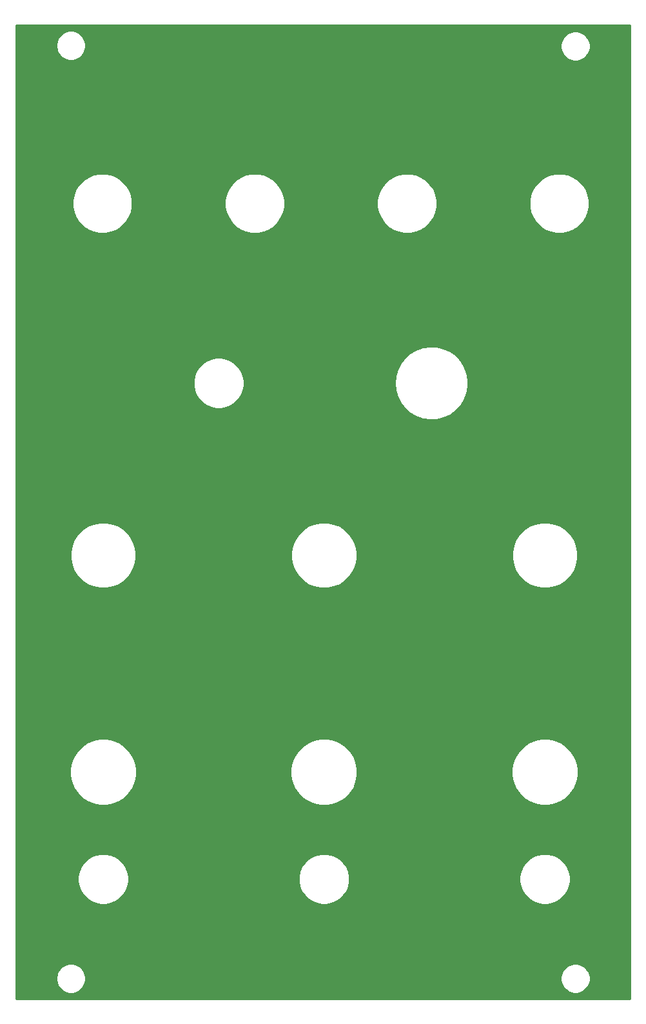
<source format=gbl>
%TF.GenerationSoftware,KiCad,Pcbnew,(5.1.12)-1*%
%TF.CreationDate,2021-11-26T16:38:54-08:00*%
%TF.ProjectId,ADSR Front Pannel,41445352-2046-4726-9f6e-742050616e6e,rev?*%
%TF.SameCoordinates,Original*%
%TF.FileFunction,Copper,L2,Bot*%
%TF.FilePolarity,Positive*%
%FSLAX46Y46*%
G04 Gerber Fmt 4.6, Leading zero omitted, Abs format (unit mm)*
G04 Created by KiCad (PCBNEW (5.1.12)-1) date 2021-11-26 16:38:54*
%MOMM*%
%LPD*%
G01*
G04 APERTURE LIST*
%TA.AperFunction,NonConductor*%
%ADD10C,0.254000*%
%TD*%
%TA.AperFunction,NonConductor*%
%ADD11C,0.100000*%
%TD*%
G04 APERTURE END LIST*
D10*
X112428001Y-152948000D02*
X31852000Y-152948000D01*
X31852000Y-150106710D01*
X37037496Y-150106710D01*
X37037496Y-150493290D01*
X37112914Y-150872441D01*
X37260851Y-151229594D01*
X37475623Y-151551024D01*
X37748976Y-151824377D01*
X38070406Y-152039149D01*
X38427559Y-152187086D01*
X38806710Y-152262504D01*
X39193290Y-152262504D01*
X39572441Y-152187086D01*
X39929594Y-152039149D01*
X40251024Y-151824377D01*
X40524377Y-151551024D01*
X40739149Y-151229594D01*
X40887086Y-150872441D01*
X40962504Y-150493290D01*
X40962504Y-150106710D01*
X103297496Y-150106710D01*
X103297496Y-150493290D01*
X103372914Y-150872441D01*
X103520851Y-151229594D01*
X103735623Y-151551024D01*
X104008976Y-151824377D01*
X104330406Y-152039149D01*
X104687559Y-152187086D01*
X105066710Y-152262504D01*
X105453290Y-152262504D01*
X105832441Y-152187086D01*
X106189594Y-152039149D01*
X106511024Y-151824377D01*
X106784377Y-151551024D01*
X106999149Y-151229594D01*
X107147086Y-150872441D01*
X107222504Y-150493290D01*
X107222504Y-150106710D01*
X107147086Y-149727559D01*
X106999149Y-149370406D01*
X106784377Y-149048976D01*
X106511024Y-148775623D01*
X106189594Y-148560851D01*
X105832441Y-148412914D01*
X105453290Y-148337496D01*
X105066710Y-148337496D01*
X104687559Y-148412914D01*
X104330406Y-148560851D01*
X104008976Y-148775623D01*
X103735623Y-149048976D01*
X103520851Y-149370406D01*
X103372914Y-149727559D01*
X103297496Y-150106710D01*
X40962504Y-150106710D01*
X40887086Y-149727559D01*
X40739149Y-149370406D01*
X40524377Y-149048976D01*
X40251024Y-148775623D01*
X39929594Y-148560851D01*
X39572441Y-148412914D01*
X39193290Y-148337496D01*
X38806710Y-148337496D01*
X38427559Y-148412914D01*
X38070406Y-148560851D01*
X37748976Y-148775623D01*
X37475623Y-149048976D01*
X37260851Y-149370406D01*
X37112914Y-149727559D01*
X37037496Y-150106710D01*
X31852000Y-150106710D01*
X31852000Y-136911486D01*
X39888237Y-136911486D01*
X39888237Y-137572514D01*
X40017197Y-138220840D01*
X40270161Y-138831550D01*
X40637409Y-139381174D01*
X41104826Y-139848591D01*
X41654450Y-140215839D01*
X42265160Y-140468803D01*
X42913486Y-140597763D01*
X43574514Y-140597763D01*
X44222840Y-140468803D01*
X44833550Y-140215839D01*
X45383174Y-139848591D01*
X45850591Y-139381174D01*
X46217839Y-138831550D01*
X46470803Y-138220840D01*
X46599763Y-137572514D01*
X46599763Y-136911486D01*
X68888237Y-136911486D01*
X68888237Y-137572514D01*
X69017197Y-138220840D01*
X69270161Y-138831550D01*
X69637409Y-139381174D01*
X70104826Y-139848591D01*
X70654450Y-140215839D01*
X71265160Y-140468803D01*
X71913486Y-140597763D01*
X72574514Y-140597763D01*
X73222840Y-140468803D01*
X73833550Y-140215839D01*
X74383174Y-139848591D01*
X74850591Y-139381174D01*
X75217839Y-138831550D01*
X75470803Y-138220840D01*
X75599763Y-137572514D01*
X75599763Y-136911486D01*
X97888237Y-136911486D01*
X97888237Y-137572514D01*
X98017197Y-138220840D01*
X98270161Y-138831550D01*
X98637409Y-139381174D01*
X99104826Y-139848591D01*
X99654450Y-140215839D01*
X100265160Y-140468803D01*
X100913486Y-140597763D01*
X101574514Y-140597763D01*
X102222840Y-140468803D01*
X102833550Y-140215839D01*
X103383174Y-139848591D01*
X103850591Y-139381174D01*
X104217839Y-138831550D01*
X104470803Y-138220840D01*
X104599763Y-137572514D01*
X104599763Y-136911486D01*
X104470803Y-136263160D01*
X104217839Y-135652450D01*
X103850591Y-135102826D01*
X103383174Y-134635409D01*
X102833550Y-134268161D01*
X102222840Y-134015197D01*
X101574514Y-133886237D01*
X100913486Y-133886237D01*
X100265160Y-134015197D01*
X99654450Y-134268161D01*
X99104826Y-134635409D01*
X98637409Y-135102826D01*
X98270161Y-135652450D01*
X98017197Y-136263160D01*
X97888237Y-136911486D01*
X75599763Y-136911486D01*
X75470803Y-136263160D01*
X75217839Y-135652450D01*
X74850591Y-135102826D01*
X74383174Y-134635409D01*
X73833550Y-134268161D01*
X73222840Y-134015197D01*
X72574514Y-133886237D01*
X71913486Y-133886237D01*
X71265160Y-134015197D01*
X70654450Y-134268161D01*
X70104826Y-134635409D01*
X69637409Y-135102826D01*
X69270161Y-135652450D01*
X69017197Y-136263160D01*
X68888237Y-136911486D01*
X46599763Y-136911486D01*
X46470803Y-136263160D01*
X46217839Y-135652450D01*
X45850591Y-135102826D01*
X45383174Y-134635409D01*
X44833550Y-134268161D01*
X44222840Y-134015197D01*
X43574514Y-133886237D01*
X42913486Y-133886237D01*
X42265160Y-134015197D01*
X41654450Y-134268161D01*
X41104826Y-134635409D01*
X40637409Y-135102826D01*
X40270161Y-135652450D01*
X40017197Y-136263160D01*
X39888237Y-136911486D01*
X31852000Y-136911486D01*
X31852000Y-122762368D01*
X38843293Y-122762368D01*
X38843293Y-123629232D01*
X39012410Y-124479439D01*
X39344144Y-125280316D01*
X39825748Y-126001087D01*
X40438713Y-126614052D01*
X41159484Y-127095656D01*
X41960361Y-127427390D01*
X42810568Y-127596507D01*
X43677432Y-127596507D01*
X44527639Y-127427390D01*
X45328516Y-127095656D01*
X46049287Y-126614052D01*
X46662252Y-126001087D01*
X47143856Y-125280316D01*
X47475590Y-124479439D01*
X47644707Y-123629232D01*
X47644707Y-122762368D01*
X67843293Y-122762368D01*
X67843293Y-123629232D01*
X68012410Y-124479439D01*
X68344144Y-125280316D01*
X68825748Y-126001087D01*
X69438713Y-126614052D01*
X70159484Y-127095656D01*
X70960361Y-127427390D01*
X71810568Y-127596507D01*
X72677432Y-127596507D01*
X73527639Y-127427390D01*
X74328516Y-127095656D01*
X75049287Y-126614052D01*
X75662252Y-126001087D01*
X76143856Y-125280316D01*
X76475590Y-124479439D01*
X76644707Y-123629232D01*
X76644707Y-122762368D01*
X96843293Y-122762368D01*
X96843293Y-123629232D01*
X97012410Y-124479439D01*
X97344144Y-125280316D01*
X97825748Y-126001087D01*
X98438713Y-126614052D01*
X99159484Y-127095656D01*
X99960361Y-127427390D01*
X100810568Y-127596507D01*
X101677432Y-127596507D01*
X102527639Y-127427390D01*
X103328516Y-127095656D01*
X104049287Y-126614052D01*
X104662252Y-126001087D01*
X105143856Y-125280316D01*
X105475590Y-124479439D01*
X105644707Y-123629232D01*
X105644707Y-122762368D01*
X105475590Y-121912161D01*
X105143856Y-121111284D01*
X104662252Y-120390513D01*
X104049287Y-119777548D01*
X103328516Y-119295944D01*
X102527639Y-118964210D01*
X101677432Y-118795093D01*
X100810568Y-118795093D01*
X99960361Y-118964210D01*
X99159484Y-119295944D01*
X98438713Y-119777548D01*
X97825748Y-120390513D01*
X97344144Y-121111284D01*
X97012410Y-121912161D01*
X96843293Y-122762368D01*
X76644707Y-122762368D01*
X76475590Y-121912161D01*
X76143856Y-121111284D01*
X75662252Y-120390513D01*
X75049287Y-119777548D01*
X74328516Y-119295944D01*
X73527639Y-118964210D01*
X72677432Y-118795093D01*
X71810568Y-118795093D01*
X70960361Y-118964210D01*
X70159484Y-119295944D01*
X69438713Y-119777548D01*
X68825748Y-120390513D01*
X68344144Y-121111284D01*
X68012410Y-121912161D01*
X67843293Y-122762368D01*
X47644707Y-122762368D01*
X47475590Y-121912161D01*
X47143856Y-121111284D01*
X46662252Y-120390513D01*
X46049287Y-119777548D01*
X45328516Y-119295944D01*
X44527639Y-118964210D01*
X43677432Y-118795093D01*
X42810568Y-118795093D01*
X41960361Y-118964210D01*
X41159484Y-119295944D01*
X40438713Y-119777548D01*
X39825748Y-120390513D01*
X39344144Y-121111284D01*
X39012410Y-121912161D01*
X38843293Y-122762368D01*
X31852000Y-122762368D01*
X31852000Y-94293869D01*
X38893052Y-94293869D01*
X38893052Y-95150931D01*
X39060257Y-95991525D01*
X39388240Y-96783347D01*
X39864398Y-97495967D01*
X40470433Y-98102002D01*
X41183053Y-98578160D01*
X41974875Y-98906143D01*
X42815469Y-99073348D01*
X43672531Y-99073348D01*
X44513125Y-98906143D01*
X45304947Y-98578160D01*
X46017567Y-98102002D01*
X46623602Y-97495967D01*
X47099760Y-96783347D01*
X47427743Y-95991525D01*
X47594948Y-95150931D01*
X47594948Y-94293869D01*
X67893052Y-94293869D01*
X67893052Y-95150931D01*
X68060257Y-95991525D01*
X68388240Y-96783347D01*
X68864398Y-97495967D01*
X69470433Y-98102002D01*
X70183053Y-98578160D01*
X70974875Y-98906143D01*
X71815469Y-99073348D01*
X72672531Y-99073348D01*
X73513125Y-98906143D01*
X74304947Y-98578160D01*
X75017567Y-98102002D01*
X75623602Y-97495967D01*
X76099760Y-96783347D01*
X76427743Y-95991525D01*
X76594948Y-95150931D01*
X76594948Y-94293869D01*
X96893052Y-94293869D01*
X96893052Y-95150931D01*
X97060257Y-95991525D01*
X97388240Y-96783347D01*
X97864398Y-97495967D01*
X98470433Y-98102002D01*
X99183053Y-98578160D01*
X99974875Y-98906143D01*
X100815469Y-99073348D01*
X101672531Y-99073348D01*
X102513125Y-98906143D01*
X103304947Y-98578160D01*
X104017567Y-98102002D01*
X104623602Y-97495967D01*
X105099760Y-96783347D01*
X105427743Y-95991525D01*
X105594948Y-95150931D01*
X105594948Y-94293869D01*
X105427743Y-93453275D01*
X105099760Y-92661453D01*
X104623602Y-91948833D01*
X104017567Y-91342798D01*
X103304947Y-90866640D01*
X102513125Y-90538657D01*
X101672531Y-90371452D01*
X100815469Y-90371452D01*
X99974875Y-90538657D01*
X99183053Y-90866640D01*
X98470433Y-91342798D01*
X97864398Y-91948833D01*
X97388240Y-92661453D01*
X97060257Y-93453275D01*
X96893052Y-94293869D01*
X76594948Y-94293869D01*
X76427743Y-93453275D01*
X76099760Y-92661453D01*
X75623602Y-91948833D01*
X75017567Y-91342798D01*
X74304947Y-90866640D01*
X73513125Y-90538657D01*
X72672531Y-90371452D01*
X71815469Y-90371452D01*
X70974875Y-90538657D01*
X70183053Y-90866640D01*
X69470433Y-91342798D01*
X68864398Y-91948833D01*
X68388240Y-92661453D01*
X68060257Y-93453275D01*
X67893052Y-94293869D01*
X47594948Y-94293869D01*
X47427743Y-93453275D01*
X47099760Y-92661453D01*
X46623602Y-91948833D01*
X46017567Y-91342798D01*
X45304947Y-90866640D01*
X44513125Y-90538657D01*
X43672531Y-90371452D01*
X42815469Y-90371452D01*
X41974875Y-90538657D01*
X41183053Y-90866640D01*
X40470433Y-91342798D01*
X39864398Y-91948833D01*
X39388240Y-92661453D01*
X39060257Y-93453275D01*
X38893052Y-94293869D01*
X31852000Y-94293869D01*
X31852000Y-71785886D01*
X55064237Y-71785886D01*
X55064237Y-72446914D01*
X55193197Y-73095240D01*
X55446161Y-73705950D01*
X55813409Y-74255574D01*
X56280826Y-74722991D01*
X56830450Y-75090239D01*
X57441160Y-75343203D01*
X58089486Y-75472163D01*
X58750514Y-75472163D01*
X59398840Y-75343203D01*
X60009550Y-75090239D01*
X60559174Y-74722991D01*
X61026591Y-74255574D01*
X61393839Y-73705950D01*
X61646803Y-73095240D01*
X61775763Y-72446914D01*
X61775763Y-72116400D01*
X81488000Y-72116400D01*
X81576043Y-73038432D01*
X81836991Y-73927139D01*
X82261413Y-74750402D01*
X82833968Y-75478465D01*
X83533963Y-76085014D01*
X84336098Y-76548127D01*
X85211382Y-76851066D01*
X86128181Y-76982882D01*
X87053358Y-76938810D01*
X87953475Y-76720444D01*
X88796000Y-76335676D01*
X89550481Y-75798412D01*
X90189651Y-75128071D01*
X90690406Y-74348880D01*
X91034650Y-73489001D01*
X91209939Y-72579513D01*
X91209939Y-71653287D01*
X91034650Y-70743799D01*
X90690406Y-69883920D01*
X90189651Y-69104729D01*
X89550481Y-68434388D01*
X88796000Y-67897124D01*
X87953475Y-67512356D01*
X87053358Y-67293990D01*
X86128181Y-67249918D01*
X85211382Y-67381734D01*
X84336098Y-67684673D01*
X83533963Y-68147786D01*
X82833968Y-68754335D01*
X82261413Y-69482398D01*
X81836991Y-70305661D01*
X81576043Y-71194368D01*
X81488000Y-72116400D01*
X61775763Y-72116400D01*
X61775763Y-71785886D01*
X61646803Y-71137560D01*
X61393839Y-70526850D01*
X61026591Y-69977226D01*
X60559174Y-69509809D01*
X60009550Y-69142561D01*
X59398840Y-68889597D01*
X58750514Y-68760637D01*
X58089486Y-68760637D01*
X57441160Y-68889597D01*
X56830450Y-69142561D01*
X56280826Y-69509809D01*
X55813409Y-69977226D01*
X55446161Y-70526850D01*
X55193197Y-71137560D01*
X55064237Y-71785886D01*
X31852000Y-71785886D01*
X31852000Y-48130676D01*
X39187126Y-48130676D01*
X39187126Y-48909324D01*
X39339033Y-49673011D01*
X39637009Y-50392388D01*
X40069602Y-51039810D01*
X40620190Y-51590398D01*
X41267612Y-52022991D01*
X41986989Y-52320967D01*
X42750676Y-52472874D01*
X43529324Y-52472874D01*
X44293011Y-52320967D01*
X45012388Y-52022991D01*
X45659810Y-51590398D01*
X46210398Y-51039810D01*
X46642991Y-50392388D01*
X46940967Y-49673011D01*
X47092874Y-48909324D01*
X47092874Y-48130676D01*
X59187126Y-48130676D01*
X59187126Y-48909324D01*
X59339033Y-49673011D01*
X59637009Y-50392388D01*
X60069602Y-51039810D01*
X60620190Y-51590398D01*
X61267612Y-52022991D01*
X61986989Y-52320967D01*
X62750676Y-52472874D01*
X63529324Y-52472874D01*
X64293011Y-52320967D01*
X65012388Y-52022991D01*
X65659810Y-51590398D01*
X66210398Y-51039810D01*
X66642991Y-50392388D01*
X66940967Y-49673011D01*
X67092874Y-48909324D01*
X67092874Y-48130676D01*
X79187126Y-48130676D01*
X79187126Y-48909324D01*
X79339033Y-49673011D01*
X79637009Y-50392388D01*
X80069602Y-51039810D01*
X80620190Y-51590398D01*
X81267612Y-52022991D01*
X81986989Y-52320967D01*
X82750676Y-52472874D01*
X83529324Y-52472874D01*
X84293011Y-52320967D01*
X85012388Y-52022991D01*
X85659810Y-51590398D01*
X86210398Y-51039810D01*
X86642991Y-50392388D01*
X86940967Y-49673011D01*
X87092874Y-48909324D01*
X87092874Y-48130676D01*
X99187126Y-48130676D01*
X99187126Y-48909324D01*
X99339033Y-49673011D01*
X99637009Y-50392388D01*
X100069602Y-51039810D01*
X100620190Y-51590398D01*
X101267612Y-52022991D01*
X101986989Y-52320967D01*
X102750676Y-52472874D01*
X103529324Y-52472874D01*
X104293011Y-52320967D01*
X105012388Y-52022991D01*
X105659810Y-51590398D01*
X106210398Y-51039810D01*
X106642991Y-50392388D01*
X106940967Y-49673011D01*
X107092874Y-48909324D01*
X107092874Y-48130676D01*
X106940967Y-47366989D01*
X106642991Y-46647612D01*
X106210398Y-46000190D01*
X105659810Y-45449602D01*
X105012388Y-45017009D01*
X104293011Y-44719033D01*
X103529324Y-44567126D01*
X102750676Y-44567126D01*
X101986989Y-44719033D01*
X101267612Y-45017009D01*
X100620190Y-45449602D01*
X100069602Y-46000190D01*
X99637009Y-46647612D01*
X99339033Y-47366989D01*
X99187126Y-48130676D01*
X87092874Y-48130676D01*
X86940967Y-47366989D01*
X86642991Y-46647612D01*
X86210398Y-46000190D01*
X85659810Y-45449602D01*
X85012388Y-45017009D01*
X84293011Y-44719033D01*
X83529324Y-44567126D01*
X82750676Y-44567126D01*
X81986989Y-44719033D01*
X81267612Y-45017009D01*
X80620190Y-45449602D01*
X80069602Y-46000190D01*
X79637009Y-46647612D01*
X79339033Y-47366989D01*
X79187126Y-48130676D01*
X67092874Y-48130676D01*
X66940967Y-47366989D01*
X66642991Y-46647612D01*
X66210398Y-46000190D01*
X65659810Y-45449602D01*
X65012388Y-45017009D01*
X64293011Y-44719033D01*
X63529324Y-44567126D01*
X62750676Y-44567126D01*
X61986989Y-44719033D01*
X61267612Y-45017009D01*
X60620190Y-45449602D01*
X60069602Y-46000190D01*
X59637009Y-46647612D01*
X59339033Y-47366989D01*
X59187126Y-48130676D01*
X47092874Y-48130676D01*
X46940967Y-47366989D01*
X46642991Y-46647612D01*
X46210398Y-46000190D01*
X45659810Y-45449602D01*
X45012388Y-45017009D01*
X44293011Y-44719033D01*
X43529324Y-44567126D01*
X42750676Y-44567126D01*
X41986989Y-44719033D01*
X41267612Y-45017009D01*
X40620190Y-45449602D01*
X40069602Y-46000190D01*
X39637009Y-46647612D01*
X39339033Y-47366989D01*
X39187126Y-48130676D01*
X31852000Y-48130676D01*
X31852000Y-27606710D01*
X37037496Y-27606710D01*
X37037496Y-27993290D01*
X37112914Y-28372441D01*
X37260851Y-28729594D01*
X37475623Y-29051024D01*
X37748976Y-29324377D01*
X38070406Y-29539149D01*
X38427559Y-29687086D01*
X38806710Y-29762504D01*
X39193290Y-29762504D01*
X39572441Y-29687086D01*
X39929594Y-29539149D01*
X40251024Y-29324377D01*
X40524377Y-29051024D01*
X40739149Y-28729594D01*
X40887086Y-28372441D01*
X40962504Y-27993290D01*
X40962504Y-27686710D01*
X103297496Y-27686710D01*
X103297496Y-28073290D01*
X103372914Y-28452441D01*
X103520851Y-28809594D01*
X103735623Y-29131024D01*
X104008976Y-29404377D01*
X104330406Y-29619149D01*
X104687559Y-29767086D01*
X105066710Y-29842504D01*
X105453290Y-29842504D01*
X105832441Y-29767086D01*
X106189594Y-29619149D01*
X106511024Y-29404377D01*
X106784377Y-29131024D01*
X106999149Y-28809594D01*
X107147086Y-28452441D01*
X107222504Y-28073290D01*
X107222504Y-27686710D01*
X107147086Y-27307559D01*
X106999149Y-26950406D01*
X106784377Y-26628976D01*
X106511024Y-26355623D01*
X106189594Y-26140851D01*
X105832441Y-25992914D01*
X105453290Y-25917496D01*
X105066710Y-25917496D01*
X104687559Y-25992914D01*
X104330406Y-26140851D01*
X104008976Y-26355623D01*
X103735623Y-26628976D01*
X103520851Y-26950406D01*
X103372914Y-27307559D01*
X103297496Y-27686710D01*
X40962504Y-27686710D01*
X40962504Y-27606710D01*
X40887086Y-27227559D01*
X40739149Y-26870406D01*
X40524377Y-26548976D01*
X40251024Y-26275623D01*
X39929594Y-26060851D01*
X39572441Y-25912914D01*
X39193290Y-25837496D01*
X38806710Y-25837496D01*
X38427559Y-25912914D01*
X38070406Y-26060851D01*
X37748976Y-26275623D01*
X37475623Y-26548976D01*
X37260851Y-26870406D01*
X37112914Y-27227559D01*
X37037496Y-27606710D01*
X31852000Y-27606710D01*
X31852000Y-25152000D01*
X112428000Y-25152000D01*
X112428001Y-152948000D01*
%TA.AperFunction,NonConductor*%
D11*
G36*
X112428001Y-152948000D02*
G01*
X31852000Y-152948000D01*
X31852000Y-150106710D01*
X37037496Y-150106710D01*
X37037496Y-150493290D01*
X37112914Y-150872441D01*
X37260851Y-151229594D01*
X37475623Y-151551024D01*
X37748976Y-151824377D01*
X38070406Y-152039149D01*
X38427559Y-152187086D01*
X38806710Y-152262504D01*
X39193290Y-152262504D01*
X39572441Y-152187086D01*
X39929594Y-152039149D01*
X40251024Y-151824377D01*
X40524377Y-151551024D01*
X40739149Y-151229594D01*
X40887086Y-150872441D01*
X40962504Y-150493290D01*
X40962504Y-150106710D01*
X103297496Y-150106710D01*
X103297496Y-150493290D01*
X103372914Y-150872441D01*
X103520851Y-151229594D01*
X103735623Y-151551024D01*
X104008976Y-151824377D01*
X104330406Y-152039149D01*
X104687559Y-152187086D01*
X105066710Y-152262504D01*
X105453290Y-152262504D01*
X105832441Y-152187086D01*
X106189594Y-152039149D01*
X106511024Y-151824377D01*
X106784377Y-151551024D01*
X106999149Y-151229594D01*
X107147086Y-150872441D01*
X107222504Y-150493290D01*
X107222504Y-150106710D01*
X107147086Y-149727559D01*
X106999149Y-149370406D01*
X106784377Y-149048976D01*
X106511024Y-148775623D01*
X106189594Y-148560851D01*
X105832441Y-148412914D01*
X105453290Y-148337496D01*
X105066710Y-148337496D01*
X104687559Y-148412914D01*
X104330406Y-148560851D01*
X104008976Y-148775623D01*
X103735623Y-149048976D01*
X103520851Y-149370406D01*
X103372914Y-149727559D01*
X103297496Y-150106710D01*
X40962504Y-150106710D01*
X40887086Y-149727559D01*
X40739149Y-149370406D01*
X40524377Y-149048976D01*
X40251024Y-148775623D01*
X39929594Y-148560851D01*
X39572441Y-148412914D01*
X39193290Y-148337496D01*
X38806710Y-148337496D01*
X38427559Y-148412914D01*
X38070406Y-148560851D01*
X37748976Y-148775623D01*
X37475623Y-149048976D01*
X37260851Y-149370406D01*
X37112914Y-149727559D01*
X37037496Y-150106710D01*
X31852000Y-150106710D01*
X31852000Y-136911486D01*
X39888237Y-136911486D01*
X39888237Y-137572514D01*
X40017197Y-138220840D01*
X40270161Y-138831550D01*
X40637409Y-139381174D01*
X41104826Y-139848591D01*
X41654450Y-140215839D01*
X42265160Y-140468803D01*
X42913486Y-140597763D01*
X43574514Y-140597763D01*
X44222840Y-140468803D01*
X44833550Y-140215839D01*
X45383174Y-139848591D01*
X45850591Y-139381174D01*
X46217839Y-138831550D01*
X46470803Y-138220840D01*
X46599763Y-137572514D01*
X46599763Y-136911486D01*
X68888237Y-136911486D01*
X68888237Y-137572514D01*
X69017197Y-138220840D01*
X69270161Y-138831550D01*
X69637409Y-139381174D01*
X70104826Y-139848591D01*
X70654450Y-140215839D01*
X71265160Y-140468803D01*
X71913486Y-140597763D01*
X72574514Y-140597763D01*
X73222840Y-140468803D01*
X73833550Y-140215839D01*
X74383174Y-139848591D01*
X74850591Y-139381174D01*
X75217839Y-138831550D01*
X75470803Y-138220840D01*
X75599763Y-137572514D01*
X75599763Y-136911486D01*
X97888237Y-136911486D01*
X97888237Y-137572514D01*
X98017197Y-138220840D01*
X98270161Y-138831550D01*
X98637409Y-139381174D01*
X99104826Y-139848591D01*
X99654450Y-140215839D01*
X100265160Y-140468803D01*
X100913486Y-140597763D01*
X101574514Y-140597763D01*
X102222840Y-140468803D01*
X102833550Y-140215839D01*
X103383174Y-139848591D01*
X103850591Y-139381174D01*
X104217839Y-138831550D01*
X104470803Y-138220840D01*
X104599763Y-137572514D01*
X104599763Y-136911486D01*
X104470803Y-136263160D01*
X104217839Y-135652450D01*
X103850591Y-135102826D01*
X103383174Y-134635409D01*
X102833550Y-134268161D01*
X102222840Y-134015197D01*
X101574514Y-133886237D01*
X100913486Y-133886237D01*
X100265160Y-134015197D01*
X99654450Y-134268161D01*
X99104826Y-134635409D01*
X98637409Y-135102826D01*
X98270161Y-135652450D01*
X98017197Y-136263160D01*
X97888237Y-136911486D01*
X75599763Y-136911486D01*
X75470803Y-136263160D01*
X75217839Y-135652450D01*
X74850591Y-135102826D01*
X74383174Y-134635409D01*
X73833550Y-134268161D01*
X73222840Y-134015197D01*
X72574514Y-133886237D01*
X71913486Y-133886237D01*
X71265160Y-134015197D01*
X70654450Y-134268161D01*
X70104826Y-134635409D01*
X69637409Y-135102826D01*
X69270161Y-135652450D01*
X69017197Y-136263160D01*
X68888237Y-136911486D01*
X46599763Y-136911486D01*
X46470803Y-136263160D01*
X46217839Y-135652450D01*
X45850591Y-135102826D01*
X45383174Y-134635409D01*
X44833550Y-134268161D01*
X44222840Y-134015197D01*
X43574514Y-133886237D01*
X42913486Y-133886237D01*
X42265160Y-134015197D01*
X41654450Y-134268161D01*
X41104826Y-134635409D01*
X40637409Y-135102826D01*
X40270161Y-135652450D01*
X40017197Y-136263160D01*
X39888237Y-136911486D01*
X31852000Y-136911486D01*
X31852000Y-122762368D01*
X38843293Y-122762368D01*
X38843293Y-123629232D01*
X39012410Y-124479439D01*
X39344144Y-125280316D01*
X39825748Y-126001087D01*
X40438713Y-126614052D01*
X41159484Y-127095656D01*
X41960361Y-127427390D01*
X42810568Y-127596507D01*
X43677432Y-127596507D01*
X44527639Y-127427390D01*
X45328516Y-127095656D01*
X46049287Y-126614052D01*
X46662252Y-126001087D01*
X47143856Y-125280316D01*
X47475590Y-124479439D01*
X47644707Y-123629232D01*
X47644707Y-122762368D01*
X67843293Y-122762368D01*
X67843293Y-123629232D01*
X68012410Y-124479439D01*
X68344144Y-125280316D01*
X68825748Y-126001087D01*
X69438713Y-126614052D01*
X70159484Y-127095656D01*
X70960361Y-127427390D01*
X71810568Y-127596507D01*
X72677432Y-127596507D01*
X73527639Y-127427390D01*
X74328516Y-127095656D01*
X75049287Y-126614052D01*
X75662252Y-126001087D01*
X76143856Y-125280316D01*
X76475590Y-124479439D01*
X76644707Y-123629232D01*
X76644707Y-122762368D01*
X96843293Y-122762368D01*
X96843293Y-123629232D01*
X97012410Y-124479439D01*
X97344144Y-125280316D01*
X97825748Y-126001087D01*
X98438713Y-126614052D01*
X99159484Y-127095656D01*
X99960361Y-127427390D01*
X100810568Y-127596507D01*
X101677432Y-127596507D01*
X102527639Y-127427390D01*
X103328516Y-127095656D01*
X104049287Y-126614052D01*
X104662252Y-126001087D01*
X105143856Y-125280316D01*
X105475590Y-124479439D01*
X105644707Y-123629232D01*
X105644707Y-122762368D01*
X105475590Y-121912161D01*
X105143856Y-121111284D01*
X104662252Y-120390513D01*
X104049287Y-119777548D01*
X103328516Y-119295944D01*
X102527639Y-118964210D01*
X101677432Y-118795093D01*
X100810568Y-118795093D01*
X99960361Y-118964210D01*
X99159484Y-119295944D01*
X98438713Y-119777548D01*
X97825748Y-120390513D01*
X97344144Y-121111284D01*
X97012410Y-121912161D01*
X96843293Y-122762368D01*
X76644707Y-122762368D01*
X76475590Y-121912161D01*
X76143856Y-121111284D01*
X75662252Y-120390513D01*
X75049287Y-119777548D01*
X74328516Y-119295944D01*
X73527639Y-118964210D01*
X72677432Y-118795093D01*
X71810568Y-118795093D01*
X70960361Y-118964210D01*
X70159484Y-119295944D01*
X69438713Y-119777548D01*
X68825748Y-120390513D01*
X68344144Y-121111284D01*
X68012410Y-121912161D01*
X67843293Y-122762368D01*
X47644707Y-122762368D01*
X47475590Y-121912161D01*
X47143856Y-121111284D01*
X46662252Y-120390513D01*
X46049287Y-119777548D01*
X45328516Y-119295944D01*
X44527639Y-118964210D01*
X43677432Y-118795093D01*
X42810568Y-118795093D01*
X41960361Y-118964210D01*
X41159484Y-119295944D01*
X40438713Y-119777548D01*
X39825748Y-120390513D01*
X39344144Y-121111284D01*
X39012410Y-121912161D01*
X38843293Y-122762368D01*
X31852000Y-122762368D01*
X31852000Y-94293869D01*
X38893052Y-94293869D01*
X38893052Y-95150931D01*
X39060257Y-95991525D01*
X39388240Y-96783347D01*
X39864398Y-97495967D01*
X40470433Y-98102002D01*
X41183053Y-98578160D01*
X41974875Y-98906143D01*
X42815469Y-99073348D01*
X43672531Y-99073348D01*
X44513125Y-98906143D01*
X45304947Y-98578160D01*
X46017567Y-98102002D01*
X46623602Y-97495967D01*
X47099760Y-96783347D01*
X47427743Y-95991525D01*
X47594948Y-95150931D01*
X47594948Y-94293869D01*
X67893052Y-94293869D01*
X67893052Y-95150931D01*
X68060257Y-95991525D01*
X68388240Y-96783347D01*
X68864398Y-97495967D01*
X69470433Y-98102002D01*
X70183053Y-98578160D01*
X70974875Y-98906143D01*
X71815469Y-99073348D01*
X72672531Y-99073348D01*
X73513125Y-98906143D01*
X74304947Y-98578160D01*
X75017567Y-98102002D01*
X75623602Y-97495967D01*
X76099760Y-96783347D01*
X76427743Y-95991525D01*
X76594948Y-95150931D01*
X76594948Y-94293869D01*
X96893052Y-94293869D01*
X96893052Y-95150931D01*
X97060257Y-95991525D01*
X97388240Y-96783347D01*
X97864398Y-97495967D01*
X98470433Y-98102002D01*
X99183053Y-98578160D01*
X99974875Y-98906143D01*
X100815469Y-99073348D01*
X101672531Y-99073348D01*
X102513125Y-98906143D01*
X103304947Y-98578160D01*
X104017567Y-98102002D01*
X104623602Y-97495967D01*
X105099760Y-96783347D01*
X105427743Y-95991525D01*
X105594948Y-95150931D01*
X105594948Y-94293869D01*
X105427743Y-93453275D01*
X105099760Y-92661453D01*
X104623602Y-91948833D01*
X104017567Y-91342798D01*
X103304947Y-90866640D01*
X102513125Y-90538657D01*
X101672531Y-90371452D01*
X100815469Y-90371452D01*
X99974875Y-90538657D01*
X99183053Y-90866640D01*
X98470433Y-91342798D01*
X97864398Y-91948833D01*
X97388240Y-92661453D01*
X97060257Y-93453275D01*
X96893052Y-94293869D01*
X76594948Y-94293869D01*
X76427743Y-93453275D01*
X76099760Y-92661453D01*
X75623602Y-91948833D01*
X75017567Y-91342798D01*
X74304947Y-90866640D01*
X73513125Y-90538657D01*
X72672531Y-90371452D01*
X71815469Y-90371452D01*
X70974875Y-90538657D01*
X70183053Y-90866640D01*
X69470433Y-91342798D01*
X68864398Y-91948833D01*
X68388240Y-92661453D01*
X68060257Y-93453275D01*
X67893052Y-94293869D01*
X47594948Y-94293869D01*
X47427743Y-93453275D01*
X47099760Y-92661453D01*
X46623602Y-91948833D01*
X46017567Y-91342798D01*
X45304947Y-90866640D01*
X44513125Y-90538657D01*
X43672531Y-90371452D01*
X42815469Y-90371452D01*
X41974875Y-90538657D01*
X41183053Y-90866640D01*
X40470433Y-91342798D01*
X39864398Y-91948833D01*
X39388240Y-92661453D01*
X39060257Y-93453275D01*
X38893052Y-94293869D01*
X31852000Y-94293869D01*
X31852000Y-71785886D01*
X55064237Y-71785886D01*
X55064237Y-72446914D01*
X55193197Y-73095240D01*
X55446161Y-73705950D01*
X55813409Y-74255574D01*
X56280826Y-74722991D01*
X56830450Y-75090239D01*
X57441160Y-75343203D01*
X58089486Y-75472163D01*
X58750514Y-75472163D01*
X59398840Y-75343203D01*
X60009550Y-75090239D01*
X60559174Y-74722991D01*
X61026591Y-74255574D01*
X61393839Y-73705950D01*
X61646803Y-73095240D01*
X61775763Y-72446914D01*
X61775763Y-72116400D01*
X81488000Y-72116400D01*
X81576043Y-73038432D01*
X81836991Y-73927139D01*
X82261413Y-74750402D01*
X82833968Y-75478465D01*
X83533963Y-76085014D01*
X84336098Y-76548127D01*
X85211382Y-76851066D01*
X86128181Y-76982882D01*
X87053358Y-76938810D01*
X87953475Y-76720444D01*
X88796000Y-76335676D01*
X89550481Y-75798412D01*
X90189651Y-75128071D01*
X90690406Y-74348880D01*
X91034650Y-73489001D01*
X91209939Y-72579513D01*
X91209939Y-71653287D01*
X91034650Y-70743799D01*
X90690406Y-69883920D01*
X90189651Y-69104729D01*
X89550481Y-68434388D01*
X88796000Y-67897124D01*
X87953475Y-67512356D01*
X87053358Y-67293990D01*
X86128181Y-67249918D01*
X85211382Y-67381734D01*
X84336098Y-67684673D01*
X83533963Y-68147786D01*
X82833968Y-68754335D01*
X82261413Y-69482398D01*
X81836991Y-70305661D01*
X81576043Y-71194368D01*
X81488000Y-72116400D01*
X61775763Y-72116400D01*
X61775763Y-71785886D01*
X61646803Y-71137560D01*
X61393839Y-70526850D01*
X61026591Y-69977226D01*
X60559174Y-69509809D01*
X60009550Y-69142561D01*
X59398840Y-68889597D01*
X58750514Y-68760637D01*
X58089486Y-68760637D01*
X57441160Y-68889597D01*
X56830450Y-69142561D01*
X56280826Y-69509809D01*
X55813409Y-69977226D01*
X55446161Y-70526850D01*
X55193197Y-71137560D01*
X55064237Y-71785886D01*
X31852000Y-71785886D01*
X31852000Y-48130676D01*
X39187126Y-48130676D01*
X39187126Y-48909324D01*
X39339033Y-49673011D01*
X39637009Y-50392388D01*
X40069602Y-51039810D01*
X40620190Y-51590398D01*
X41267612Y-52022991D01*
X41986989Y-52320967D01*
X42750676Y-52472874D01*
X43529324Y-52472874D01*
X44293011Y-52320967D01*
X45012388Y-52022991D01*
X45659810Y-51590398D01*
X46210398Y-51039810D01*
X46642991Y-50392388D01*
X46940967Y-49673011D01*
X47092874Y-48909324D01*
X47092874Y-48130676D01*
X59187126Y-48130676D01*
X59187126Y-48909324D01*
X59339033Y-49673011D01*
X59637009Y-50392388D01*
X60069602Y-51039810D01*
X60620190Y-51590398D01*
X61267612Y-52022991D01*
X61986989Y-52320967D01*
X62750676Y-52472874D01*
X63529324Y-52472874D01*
X64293011Y-52320967D01*
X65012388Y-52022991D01*
X65659810Y-51590398D01*
X66210398Y-51039810D01*
X66642991Y-50392388D01*
X66940967Y-49673011D01*
X67092874Y-48909324D01*
X67092874Y-48130676D01*
X79187126Y-48130676D01*
X79187126Y-48909324D01*
X79339033Y-49673011D01*
X79637009Y-50392388D01*
X80069602Y-51039810D01*
X80620190Y-51590398D01*
X81267612Y-52022991D01*
X81986989Y-52320967D01*
X82750676Y-52472874D01*
X83529324Y-52472874D01*
X84293011Y-52320967D01*
X85012388Y-52022991D01*
X85659810Y-51590398D01*
X86210398Y-51039810D01*
X86642991Y-50392388D01*
X86940967Y-49673011D01*
X87092874Y-48909324D01*
X87092874Y-48130676D01*
X99187126Y-48130676D01*
X99187126Y-48909324D01*
X99339033Y-49673011D01*
X99637009Y-50392388D01*
X100069602Y-51039810D01*
X100620190Y-51590398D01*
X101267612Y-52022991D01*
X101986989Y-52320967D01*
X102750676Y-52472874D01*
X103529324Y-52472874D01*
X104293011Y-52320967D01*
X105012388Y-52022991D01*
X105659810Y-51590398D01*
X106210398Y-51039810D01*
X106642991Y-50392388D01*
X106940967Y-49673011D01*
X107092874Y-48909324D01*
X107092874Y-48130676D01*
X106940967Y-47366989D01*
X106642991Y-46647612D01*
X106210398Y-46000190D01*
X105659810Y-45449602D01*
X105012388Y-45017009D01*
X104293011Y-44719033D01*
X103529324Y-44567126D01*
X102750676Y-44567126D01*
X101986989Y-44719033D01*
X101267612Y-45017009D01*
X100620190Y-45449602D01*
X100069602Y-46000190D01*
X99637009Y-46647612D01*
X99339033Y-47366989D01*
X99187126Y-48130676D01*
X87092874Y-48130676D01*
X86940967Y-47366989D01*
X86642991Y-46647612D01*
X86210398Y-46000190D01*
X85659810Y-45449602D01*
X85012388Y-45017009D01*
X84293011Y-44719033D01*
X83529324Y-44567126D01*
X82750676Y-44567126D01*
X81986989Y-44719033D01*
X81267612Y-45017009D01*
X80620190Y-45449602D01*
X80069602Y-46000190D01*
X79637009Y-46647612D01*
X79339033Y-47366989D01*
X79187126Y-48130676D01*
X67092874Y-48130676D01*
X66940967Y-47366989D01*
X66642991Y-46647612D01*
X66210398Y-46000190D01*
X65659810Y-45449602D01*
X65012388Y-45017009D01*
X64293011Y-44719033D01*
X63529324Y-44567126D01*
X62750676Y-44567126D01*
X61986989Y-44719033D01*
X61267612Y-45017009D01*
X60620190Y-45449602D01*
X60069602Y-46000190D01*
X59637009Y-46647612D01*
X59339033Y-47366989D01*
X59187126Y-48130676D01*
X47092874Y-48130676D01*
X46940967Y-47366989D01*
X46642991Y-46647612D01*
X46210398Y-46000190D01*
X45659810Y-45449602D01*
X45012388Y-45017009D01*
X44293011Y-44719033D01*
X43529324Y-44567126D01*
X42750676Y-44567126D01*
X41986989Y-44719033D01*
X41267612Y-45017009D01*
X40620190Y-45449602D01*
X40069602Y-46000190D01*
X39637009Y-46647612D01*
X39339033Y-47366989D01*
X39187126Y-48130676D01*
X31852000Y-48130676D01*
X31852000Y-27606710D01*
X37037496Y-27606710D01*
X37037496Y-27993290D01*
X37112914Y-28372441D01*
X37260851Y-28729594D01*
X37475623Y-29051024D01*
X37748976Y-29324377D01*
X38070406Y-29539149D01*
X38427559Y-29687086D01*
X38806710Y-29762504D01*
X39193290Y-29762504D01*
X39572441Y-29687086D01*
X39929594Y-29539149D01*
X40251024Y-29324377D01*
X40524377Y-29051024D01*
X40739149Y-28729594D01*
X40887086Y-28372441D01*
X40962504Y-27993290D01*
X40962504Y-27686710D01*
X103297496Y-27686710D01*
X103297496Y-28073290D01*
X103372914Y-28452441D01*
X103520851Y-28809594D01*
X103735623Y-29131024D01*
X104008976Y-29404377D01*
X104330406Y-29619149D01*
X104687559Y-29767086D01*
X105066710Y-29842504D01*
X105453290Y-29842504D01*
X105832441Y-29767086D01*
X106189594Y-29619149D01*
X106511024Y-29404377D01*
X106784377Y-29131024D01*
X106999149Y-28809594D01*
X107147086Y-28452441D01*
X107222504Y-28073290D01*
X107222504Y-27686710D01*
X107147086Y-27307559D01*
X106999149Y-26950406D01*
X106784377Y-26628976D01*
X106511024Y-26355623D01*
X106189594Y-26140851D01*
X105832441Y-25992914D01*
X105453290Y-25917496D01*
X105066710Y-25917496D01*
X104687559Y-25992914D01*
X104330406Y-26140851D01*
X104008976Y-26355623D01*
X103735623Y-26628976D01*
X103520851Y-26950406D01*
X103372914Y-27307559D01*
X103297496Y-27686710D01*
X40962504Y-27686710D01*
X40962504Y-27606710D01*
X40887086Y-27227559D01*
X40739149Y-26870406D01*
X40524377Y-26548976D01*
X40251024Y-26275623D01*
X39929594Y-26060851D01*
X39572441Y-25912914D01*
X39193290Y-25837496D01*
X38806710Y-25837496D01*
X38427559Y-25912914D01*
X38070406Y-26060851D01*
X37748976Y-26275623D01*
X37475623Y-26548976D01*
X37260851Y-26870406D01*
X37112914Y-27227559D01*
X37037496Y-27606710D01*
X31852000Y-27606710D01*
X31852000Y-25152000D01*
X112428000Y-25152000D01*
X112428001Y-152948000D01*
G37*
%TD.AperFunction*%
M02*

</source>
